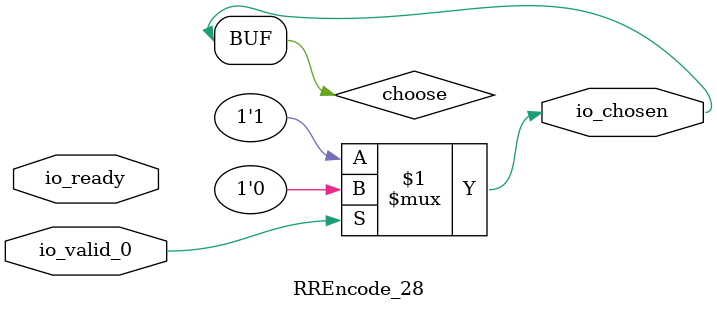
<source format=v>
module RREncode_28(
    input  io_valid_0,
    output io_chosen,
    input  io_ready);
  wire choose;
  assign io_chosen = choose;
  assign choose = io_valid_0 ? 1'h0 : 1'h1;
endmodule
</source>
